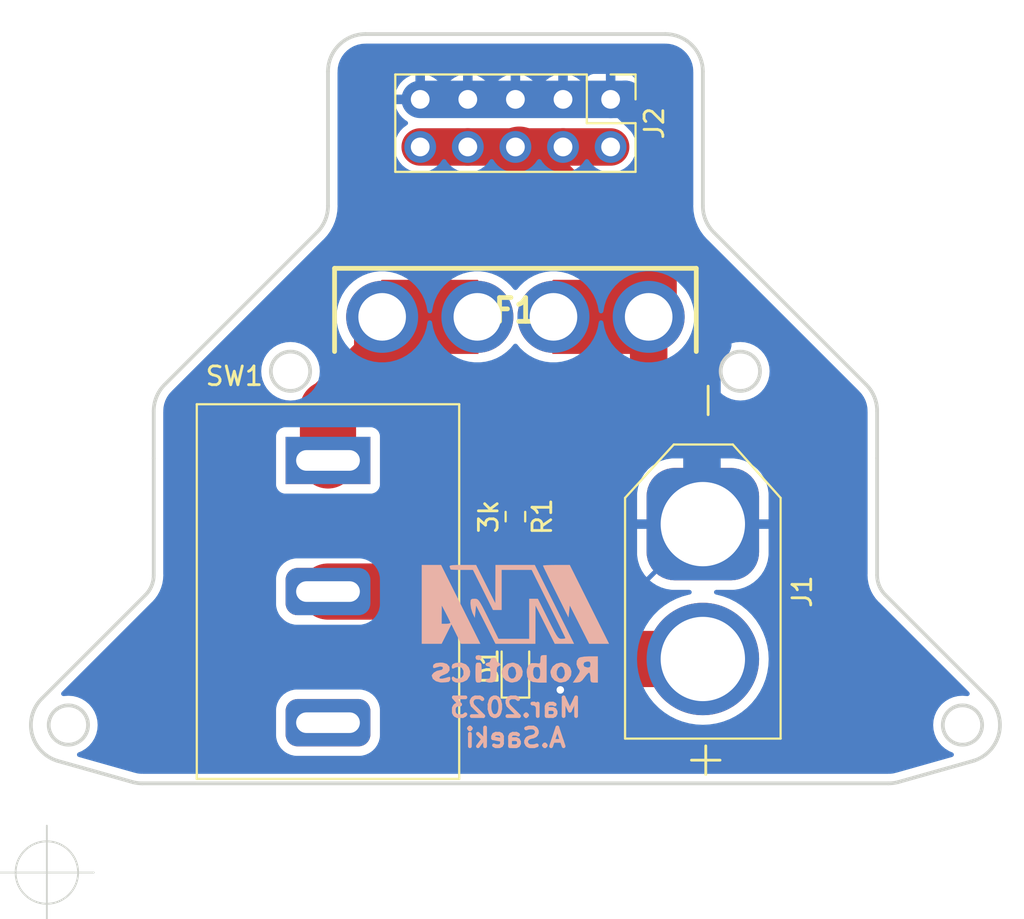
<source format=kicad_pcb>
(kicad_pcb (version 20211014) (generator pcbnew)
  (layers (0 "F.Cu" signal) (31 "B.Cu" signal) (34 "B.Paste" user) (35 "F.Paste" user) (36 "B.SilkS" user "B.Silkscreen") (37 "F.SilkS" user "F.Silkscreen") (38 "B.Mask" user) (39 "F.Mask" user) (44 "Edge.Cuts" user))
  (net 0 "")
  (net 1 "GND")
  (net 2 "Net-(D1-Pad2)")
  (net 3 "Net-(F1-Pad1)")
  (net 4 "Net-(F1-Pad2)")
  (net 5 "Net-(J1-Pad2)")
  (footprint "0.main.robot:LED_SMLE13WBC8W1" (layer "F.Cu") (at 110 94 90)
    (fp_text reference "D1" (at 0 -1.43 90) (layer "F.SilkS"))
    (fp_text value "LED")
    (fp_line (start -1.66 -0.735) (end -1.66 0.735) (layer "F.SilkS") (width 0.12))
    (fp_line (start -1.66 0.735) (end 0.8 0.735) (layer "F.SilkS") (width 0.12))
    (fp_line (start 0.8 -0.735) (end -1.66 -0.735) (layer "F.SilkS") (width 0.12))
    (pad "1" smd roundrect locked (at -0.875 0 90) (size 1.05 0.95) (layers "F.Cu" "F.Paste" "F.Mask") (net 1 "GND"))
    (pad "2" smd roundrect locked (at 0.875 0 90) (size 1.05 0.95) (layers "F.Cu" "F.Paste" "F.Mask") (net 2 "Net-(D1-Pad2)"))
  )
  (footprint "Connector_PinHeader_2.54mm:PinHeader_2x05_P2.54mm_Vertical" (layer "F.Cu") (at 115.08 63.725 -90)
    (fp_text reference "J2" (at 1.27 -2.33 90) (layer "F.SilkS"))
    (fp_text value "Power OUT")
    (fp_line (start -1.33 11.49) (end 3.87 11.49) (layer "F.SilkS") (width 0.12))
    (fp_line (start 1.27 1.27) (end 1.27 -1.33) (layer "F.SilkS") (width 0.12))
    (fp_line (start -1.33 1.27) (end -1.33 11.49) (layer "F.SilkS") (width 0.12))
    (fp_line (start -1.33 -1.33) (end 0 -1.33) (layer "F.SilkS") (width 0.12))
    (fp_line (start 3.87 -1.33) (end 3.87 11.49) (layer "F.SilkS") (width 0.12))
    (fp_line (start 1.27 -1.33) (end 3.87 -1.33) (layer "F.SilkS") (width 0.12))
    (fp_line (start -1.33 0) (end -1.33 -1.33) (layer "F.SilkS") (width 0.12))
    (fp_line (start -1.33 1.27) (end 1.27 1.27) (layer "F.SilkS") (width 0.12))
    (pad "1" thru_hole rect (at 0 0 270) (size 1.7 1.7) (drill 1) (layers *.Cu *.Mask) (net 1 "GND"))
    (pad "2" thru_hole oval (at 2.54 0 270) (size 1.7 1.7) (drill 1) (layers *.Cu *.Mask) (net 3 "Net-(F1-Pad1)"))
    (pad "3" thru_hole oval (at 0 2.54 270) (size 1.7 1.7) (drill 1) (layers *.Cu *.Mask) (net 1 "GND"))
    (pad "4" thru_hole oval (at 2.54 2.54 270) (size 1.7 1.7) (drill 1) (layers *.Cu *.Mask) (net 3 "Net-(F1-Pad1)"))
    (pad "5" thru_hole oval (at 0 5.08 270) (size 1.7 1.7) (drill 1) (layers *.Cu *.Mask) (net 1 "GND"))
    (pad "6" thru_hole oval (at 2.54 5.08 270) (size 1.7 1.7) (drill 1) (layers *.Cu *.Mask) (net 3 "Net-(F1-Pad1)"))
    (pad "7" thru_hole oval (at 0 7.62 270) (size 1.7 1.7) (drill 1) (layers *.Cu *.Mask) (net 1 "GND"))
    (pad "8" thru_hole oval (at 2.54 7.62 270) (size 1.7 1.7) (drill 1) (layers *.Cu *.Mask) (net 3 "Net-(F1-Pad1)"))
    (pad "9" thru_hole oval (at 0 10.16 270) (size 1.7 1.7) (drill 1) (layers *.Cu *.Mask) (net 1 "GND"))
    (pad "10" thru_hole oval (at 2.54 10.16 270) (size 1.7 1.7) (drill 1) (layers *.Cu *.Mask) (net 3 "Net-(F1-Pad1)"))
  )
  (footprint "0.main.robot:SW_SPST_POWER" (layer "F.Cu") (at 100 90)
    (fp_text reference "SW1" (at -5 -11.5) (layer "F.SilkS"))
    (fp_text value "SW_SPST")
    (fp_line (start 7 10) (end -7 10) (layer "F.SilkS") (width 0.12))
    (fp_line (start 7 -10) (end 7 10) (layer "F.SilkS") (width 0.12))
    (fp_line (start -7 10) (end -7 -10) (layer "F.SilkS") (width 0.12))
    (fp_line (start -7 -10) (end 7 -10) (layer "F.SilkS") (width 0.12))
    (pad "" thru_hole roundrect locked (at 0 7) (size 4.524 2.524) (drill oval 3.4 1.1) (layers *.Cu *.Mask))
    (pad "1" thru_hole rect locked (at 0 -7) (size 4.524 2.524) (drill oval 3.4 1.1) (layers *.Cu *.Mask) (net 4 "Net-(F1-Pad2)"))
    (pad "2" thru_hole roundrect locked (at 0 0) (size 4.524 2.524) (drill oval 3.4 1.1) (layers *.Cu *.Mask) (net 5 "Net-(J1-Pad2)"))
  )
  (footprint "0.main.robot:FUSE_35222" (layer "F.Cu") (at 110 77.185 180)
    (fp_text reference "F1" (at 0 2.185) (layer "F.SilkS") (effects (font (size 1.27 1.27) (thickness 0.254))))
    (fp_text value "Fuse 15A" hide)
    (fp_rect (start 2.03 -0.07) (end 7.11 3.77) (layer "F.Cu") (width 0.12) (fill solid))
    (fp_rect (start -2.03 -0.07) (end -7.11 3.77) (layer "F.Cu") (width 0.12) (fill solid))
    (fp_line (start 9.65 4.44) (end 9.65 0) (layer "F.SilkS") (width 0.254))
    (fp_line (start -9.65 4.44) (end 9.65 4.44) (layer "F.SilkS") (width 0.254))
    (fp_line (start -9.65 0) (end -9.65 4.44) (layer "F.SilkS") (width 0.254))
    (pad "" thru_hole circle (at 2.03 1.85 180) (size 3.84 3.84) (drill 2.54) (layers *.Cu *.Mask))
    (pad "" thru_hole circle (at -2.03 1.85 180) (size 3.84 3.84) (drill 2.54) (layers *.Cu *.Mask))
    (pad "1" thru_hole circle (at -7.11 1.85 180) (size 3.84 3.84) (drill 2.54) (layers *.Cu *.Mask) (net 3 "Net-(F1-Pad1)"))
    (pad "2" thru_hole circle (at 7.11 1.85 180) (size 3.84 3.84) (drill 2.54) (layers *.Cu *.Mask) (net 4 "Net-(F1-Pad2)"))
  )
  (footprint "Resistor_SMD:R_0603_1608Metric_Pad0.98x0.95mm_HandSolder" (layer "F.Cu") (at 110 86 -90)
    (fp_text reference "R1" (at 0 -1.43 90) (layer "F.SilkS"))
    (fp_text value "3k" (at 0 1.43 90) (layer "F.SilkS"))
    (fp_line (start -0.254724 -0.5225) (end 0.254724 -0.5225) (layer "F.SilkS") (width 0.12))
    (fp_line (start -0.254724 0.5225) (end 0.254724 0.5225) (layer "F.SilkS") (width 0.12))
    (pad "1" smd roundrect (at -0.9125 0 270) (size 0.975 0.95) (layers "F.Cu" "F.Paste" "F.Mask") (net 3 "Net-(F1-Pad1)"))
    (pad "2" smd roundrect (at 0.9125 0 270) (size 0.975 0.95) (layers "F.Cu" "F.Paste" "F.Mask") (net 2 "Net-(D1-Pad2)"))
  )
  (footprint "0.main.robot:AMASS_XT60-M_1x02_P7.20mm_Vertical" (layer "F.Cu") (at 120 86.4 -90)
    (fp_text reference "J1" (at 3.6 -5.3 90) (layer "F.SilkS"))
    (fp_text value "Power IN")
    (fp_text user "-" (at -6.604 -0.127 90) (layer "F.SilkS") (effects (font (size 2 2))))
    (fp_text user "+" (at 12.6 0 90) (layer "F.SilkS") (effects (font (size 2 2))))
    (fp_line (start 11.45 -4.15) (end -1.4 -4.15) (layer "F.SilkS") (width 0.12))
    (fp_line (start -4.25 1.55) (end -1.4 4.15) (layer "F.SilkS") (width 0.12))
    (fp_line (start 11.45 4.15) (end 11.45 -4.15) (layer "F.SilkS") (width 0.12))
    (fp_line (start -4.25 -1.6) (end -4.25 1.55) (layer "F.SilkS") (width 0.12))
    (fp_line (start -1.4 4.15) (end 11.45 4.15) (layer "F.SilkS") (width 0.12))
    (fp_line (start -1.4 -4.15) (end -4.25 -1.6) (layer "F.SilkS") (width 0.12))
    (pad "1" thru_hole roundrect locked (at 0 0 270) (size 6 6) (drill 4.5) (layers *.Cu *.Mask) (net 1 "GND"))
    (pad "2" thru_hole circle locked (at 7.2 0 270) (size 6 6) (drill 4.5) (layers *.Cu *.Mask) (net 5 "Net-(J1-Pad2)"))
  )
  (footprint "0.main.robot:MMA_Logo" (layer "B.Cu") (at 110 91.92 180)
    (fp_text reference "G***" hide)
    (fp_text value "LOGO" hide)
    (fp_poly (pts (xy 0.418046 -1.928625) (xy 0.613147 -2.080435) (xy 0.721247 -2.298018) (xy 0.733333 -2.406316) (xy 0.67288 -2.643531) (xy 0.512005 -2.827639) (xy 0.28143 -2.929647) (xy 0.166666 -2.941052) (xy -0.08768 -2.886506) (xy -0.236364 -2.776985) (xy -0.370002 -2.564881) (xy -0.381065 -2.449926) (xy -0.039377 -2.449926) (xy 0.000299 -2.611435) (xy 0.092371 -2.712306) (xy 0.215805 -2.726289) (xy 0.32 -2.660316) (xy 0.386865 -2.515549) (xy 0.391963 -2.327172) (xy 0.335292 -2.170049) (xy 0.32 -2.152316) (xy 0.18333 -2.076223) (xy 0.064737 -2.130066) (xy -0.005619 -2.254026) (xy -0.039377 -2.449926) (xy -0.381065 -2.449926) (xy -0.391814 -2.338241) (xy -0.315453 -2.127734) (xy -0.15457 -1.964032) (xy 0.07718 -1.877805) (xy 0.166666 -1.871579)) (layer "B.SilkS") (width 0) (fill solid))
    (fp_poly (pts (xy 3.213104 -1.892162) (xy 3.355391 -1.958596) (xy 3.399996 -2.077911) (xy 3.4 -2.079256) (xy 3.385293 -2.182169) (xy 3.320015 -2.194244) (xy 3.193099 -2.135244) (xy 3.006435 -2.091384) (xy 2.858785 -2.156823) (xy 2.774064 -2.308035) (xy 2.776189 -2.521493) (xy 2.780874 -2.540731) (xy 2.867171 -2.657151) (xy 3.015011 -2.722148) (xy 3.163925 -2.716167) (xy 3.218214 -2.682158) (xy 3.32943 -2.61095) (xy 3.391158 -2.660414) (xy 3.4 -2.733375) (xy 3.344127 -2.856884) (xy 3.200918 -2.929218) (xy 3.006984 -2.948465) (xy 2.798936 -2.912718) (xy 2.613385 -2.820067) (xy 2.563636 -2.776985) (xy 2.430981 -2.565422) (xy 2.409447 -2.338246) (xy 2.485344 -2.126875) (xy 2.644981 -1.962724) (xy 2.874669 -1.877209) (xy 2.958183 -1.871579)) (layer "B.SilkS") (width 0) (fill solid))
    (fp_poly (pts (xy 2.09736 -1.501858) (xy 2.133333 -1.60421) (xy 2.094271 -1.70904) (xy 1.966666 -1.737895) (xy 1.835972 -1.706563) (xy 1.8 -1.60421) (xy 1.839061 -1.49938) (xy 1.966666 -1.470526)) (layer "B.SilkS") (width 0) (fill solid))
    (fp_poly (pts (xy -1.892671 3.339247) (xy -1.658354 3.331505) (xy -1.508087 3.320133) (xy -1.466667 3.309106) (xy -1.495147 3.242423) (xy -1.575013 3.073449) (xy -1.697902 2.819407) (xy -1.855451 2.497517) (xy -2.039297 2.124999) (xy -2.15 1.901941) (xy -2.833334 0.527775) (xy -2.902234 1.169737) (xy -3.934168 -0.868947) (xy -4.999724 -0.868947) (xy -3.950355 1.236579) (xy -2.900985 3.342105) (xy -2.183826 3.342105)) (layer "B.SilkS") (width 0) (fill solid))
    (fp_poly (pts (xy 1.29736 -1.635542) (xy 1.333333 -1.737895) (xy 1.380473 -1.849608) (xy 1.466666 -1.871579) (xy 1.575252 -1.913373) (xy 1.6 -1.971842) (xy 1.54442 -2.053496) (xy 1.466666 -2.072105) (xy 1.386692 -2.089701) (xy 1.346806 -2.164387) (xy 1.333903 -2.329013) (xy 1.333333 -2.406316) (xy 1.340353 -2.606776) (xy 1.370149 -2.706754) (xy 1.435826 -2.739096) (xy 1.466666 -2.740526) (xy 1.575252 -2.782321) (xy 1.6 -2.840789) (xy 1.544082 -2.908973) (xy 1.410148 -2.940433) (xy 1.248927 -2.933211) (xy 1.111147 -2.885353) (xy 1.08 -2.860842) (xy 1.034501 -2.751924) (xy 1.005522 -2.560913) (xy 1 -2.426368) (xy 0.990392 -2.209232) (xy 0.956846 -2.099603) (xy 0.9 -2.072105) (xy 0.811615 -2.0186) (xy 0.8 -1.971842) (xy 0.853364 -1.883225) (xy 0.9 -1.871579) (xy 0.981439 -1.815853) (xy 1 -1.737895) (xy 1.039061 -1.633064) (xy 1.166666 -1.60421)) (layer "B.SilkS") (width 0) (fill solid))
    (fp_poly (pts (xy -2.181954 -1.928625) (xy -1.986853 -2.080435) (xy -1.878753 -2.298018) (xy -1.866667 -2.406316) (xy -1.92712 -2.643531) (xy -2.087995 -2.827639) (xy -2.31857 -2.929647) (xy -2.433334 -2.941052) (xy -2.68768 -2.886506) (xy -2.836364 -2.776985) (xy -2.970002 -2.564881) (xy -2.981466 -2.445758) (xy -2.634683 -2.445758) (xy -2.605398 -2.588237) (xy -2.498713 -2.718864) (xy -2.365896 -2.722149) (xy -2.28 -2.660316) (xy -2.204557 -2.511324) (xy -2.207119 -2.333946) (xy -2.274309 -2.174925) (xy -2.392752 -2.081003) (xy -2.448317 -2.072105) (xy -2.544683 -2.130259) (xy -2.611868 -2.271448) (xy -2.634683 -2.445758) (xy -2.981466 -2.445758) (xy -2.991814 -2.338241) (xy -2.915453 -2.127734) (xy -2.75457 -1.964032) (xy -2.52282 -1.877805) (xy -2.433334 -1.871579)) (layer "B.SilkS") (width 0) (fill solid))
    (fp_poly (pts (xy -1.387813 -1.487702) (xy -1.341496 -1.565351) (xy -1.333334 -1.707502) (xy -1.326189 -1.863241) (xy -1.278237 -1.919848) (xy -1.149703 -1.90978) (xy -1.097334 -1.900088) (xy -0.855761 -1.900676) (xy -0.693845 -2.008397) (xy -0.611462 -2.223371) (xy -0.6 -2.383254) (xy -0.631117 -2.644418) (xy -0.735519 -2.815153) (xy -0.92978 -2.90933) (xy -1.230477 -2.940818) (xy -1.266667 -2.941052) (xy -1.666667 -2.941052) (xy -1.666667 -2.329126) (xy -1.321364 -2.329126) (xy -1.315923 -2.563199) (xy -1.256507 -2.708185) (xy -1.157027 -2.750272) (xy -1.031388 -2.675653) (xy -1.003615 -2.644629) (xy -0.954258 -2.514356) (xy -0.944958 -2.332555) (xy -0.945452 -2.327129) (xy -0.976916 -2.172853) (xy -1.052369 -2.112705) (xy -1.133334 -2.105526) (xy -1.251063 -2.127454) (xy -1.30523 -2.219275) (xy -1.321364 -2.329126) (xy -1.666667 -2.329126) (xy -1.666667 -1.470526) (xy -1.5 -1.470526)) (layer "B.SilkS") (width 0) (fill solid))
    (fp_poly (pts (xy 2.049326 -1.877277) (xy 2.098821 -1.912556) (xy 2.123652 -2.004691) (xy 2.132322 -2.180957) (xy 2.133333 -2.406316) (xy 2.131557 -2.671523) (xy 2.120561 -2.830324) (xy 2.091845 -2.909994) (xy 2.036906 -2.937808) (xy 1.966666 -2.941052) (xy 1.884006 -2.935354) (xy 1.834511 -2.900075) (xy 1.80968 -2.807941) (xy 1.801011 -2.631674) (xy 1.8 -2.406316) (xy 1.801776 -2.141108) (xy 1.812771 -1.982307) (xy 1.841488 -1.902637) (xy 1.896426 -1.874823) (xy 1.966666 -1.871579)) (layer "B.SilkS") (width 0) (fill solid))
    (fp_poly (pts (xy 4.244382 -1.898491) (xy 4.373768 -1.981844) (xy 4.4 -2.077602) (xy 4.38141 -2.160937) (xy 4.300627 -2.162036) (xy 4.228993 -2.137293) (xy 4.009244 -2.077317) (xy 3.890378 -2.103697) (xy 3.866666 -2.172368) (xy 3.923746 -2.253501) (xy 4.018499 -2.272631) (xy 4.193068 -2.311725) (xy 4.354553 -2.407092) (xy 4.454584 -2.525859) (xy 4.466666 -2.577211) (xy 4.405972 -2.739832) (xy 4.245819 -2.864828) (xy 4.019102 -2.930756) (xy 3.916666 -2.935775) (xy 3.719993 -2.924922) (xy 3.575068 -2.904279) (xy 3.55 -2.896784) (xy 3.481365 -2.810233) (xy 3.466666 -2.727805) (xy 3.492035 -2.631785) (xy 3.583333 -2.642565) (xy 3.736709 -2.691403) (xy 3.891826 -2.725395) (xy 4.027074 -2.725458) (xy 4.060442 -2.677604) (xy 4.001722 -2.606955) (xy 3.860705 -2.538638) (xy 3.81367 -2.524849) (xy 3.614174 -2.427734) (xy 3.508757 -2.280037) (xy 3.515304 -2.109719) (xy 3.529135 -2.079969) (xy 3.65606 -1.941561) (xy 3.862744 -1.878577) (xy 3.999999 -1.871579)) (layer "B.SilkS") (width 0) (fill solid))
    (fp_poly (pts (xy 1.074326 1.303421) (xy 2.09798 3.342105) (xy 2.822789 3.342105) (xy 3.142524 3.339947) (xy 3.349856 3.331318) (xy 3.465675 3.312992) (xy 3.510872 3.281741) (xy 3.507132 3.236375) (xy 3.471834 3.129822) (xy 3.466666 3.102691) (xy 3.404963 3.090377) (xy 3.239692 3.080831) (xy 3.000612 3.075441) (xy 2.867059 3.074737) (xy 2.267451 3.074737) (xy 1.733333 2.005263) (xy 1.199214 0.93579) (xy 0.733333 0.93579) (xy 0.733333 3.074737) (xy -0.866191 3.074737) (xy -1.766429 1.270478) (xy -1.991652 0.818004) (xy -2.196269 0.40485) (xy -2.372975 0.045932) (xy -2.514465 -0.243835) (xy -2.613434 -0.449533) (xy -2.662576 -0.556247) (xy -2.666667 -0.56768) (xy -2.608635 -0.591518) (xy -2.468891 -0.601577) (xy -2.46706 -0.601579) (xy -2.39304 -0.596069) (xy -2.327411 -0.568642) (xy -2.258956 -0.502948) (xy -2.176459 -0.38264) (xy -2.068703 -0.19137) (xy -1.924474 0.087213) (xy -1.733334 0.467895) (xy -1.199215 1.537369) (xy -0.733334 1.537369) (xy -0.733334 -0.601579) (xy 0.903329 -0.601579) (xy 1.433333 0.467895) (xy 1.623028 0.849218) (xy 1.765114 1.127066) (xy 1.871048 1.317813) (xy 1.95229 1.437835) (xy 2.020296 1.503507) (xy 2.086526 1.531203) (xy 2.162436 1.5373) (xy 2.181668 1.537369) (xy 2.321935 1.528159) (xy 2.383977 1.474779) (xy 2.399606 1.338605) (xy 2.4 1.272268) (xy 2.369129 1.027687) (xy 2.293761 0.783128) (xy 2.283333 0.759975) (xy 2.166666 0.512784) (xy 2.132216 0.84126) (xy 2.097766 1.169737) (xy 1.065832 -0.868947) (xy -1.066667 -0.868947) (xy -1.074327 1.169737) (xy -2.097981 -0.868947) (xy -3.133057 -0.868947) (xy -1.034319 3.342105) (xy 1.066666 3.342105)) (layer "B.SilkS") (width 0) (fill solid))
    (fp_poly (pts (xy -3.664214 -1.551367) (xy -3.453944 -1.589613) (xy -3.371076 -1.626134) (xy -3.273045 -1.771729) (xy -3.258978 -1.967211) (xy -3.329486 -2.158129) (xy -3.364616 -2.203517) (xy -3.425088 -2.28355) (xy -3.431602 -2.361697) (xy -3.375731 -2.476349) (xy -3.269747 -2.635775) (xy -3.060262 -2.941052) (xy -3.280131 -2.938516) (xy -3.436875 -2.914232) (xy -3.562518 -2.825351) (xy -3.6827 -2.671147) (xy -3.802662 -2.515902) (xy -3.901084 -2.420604) (xy -3.9327 -2.406316) (xy -3.974843 -2.465613) (xy -3.998284 -2.613746) (xy -4 -2.673684) (xy -4.007898 -2.845123) (xy -4.050697 -2.921334) (xy -4.157055 -2.940631) (xy -4.2 -2.941052) (xy -4.4 -2.941052) (xy -4.4 -1.971842) (xy -4 -1.971842) (xy -3.981413 -2.097228) (xy -3.897804 -2.132248) (xy -3.816667 -2.126676) (xy -3.673681 -2.077995) (xy -3.633334 -1.971842) (xy -3.677473 -1.862486) (xy -3.816667 -1.817007) (xy -3.949523 -1.819523) (xy -3.996053 -1.894413) (xy -4 -1.971842) (xy -4.4 -1.971842) (xy -4.4 -1.537368) (xy -3.946076 -1.537368)) (layer "B.SilkS") (width 0) (fill solid))
    (fp_poly (pts (xy 5 -0.868947) (xy 3.934947 -0.868947) (xy 3.415211 0.166719) (xy 2.904095 -0.868947) (xy 1.866943 -0.868947) (xy 2.424941 0.250658) (xy 3.469901 0.250658) (xy 3.52625 0.217552) (xy 3.669032 0.20097) (xy 3.7 0.200527) (xy 3.933333 0.200527) (xy 3.926863 1.169737) (xy 3.7 0.735263) (xy 3.589039 0.517153) (xy 3.507208 0.345654) (xy 3.470504 0.254457) (xy 3.469901 0.250658) (xy 2.424941 0.250658) (xy 3.965681 3.342105) (xy 5 3.342105)) (layer "B.SilkS") (width 0) (fill solid))
  )
  (gr_line (start 100 62.239071) (end 100 69.410644) (layer "Edge.Cuts") (width 0.2))
  (gr_line (start 120 69.410644) (end 120 62.239071) (layer "Edge.Cuts") (width 0.2))
  (gr_arc (start 100 69.410644) (mid 99.847759 70.176011) (end 99.414213 70.824857) (layer "Edge.Cuts") (width 0.2))
  (gr_line (start 118 60.239071) (end 102 60.239071) (layer "Edge.Cuts") (width 0.2))
  (gr_arc (start 90.701009 80.366489) (mid 90.85325 79.601122) (end 91.286795 78.952276) (layer "Edge.Cuts") (width 0.2))
  (gr_arc (start 120.585787 70.824857) (mid 120.15224 70.176011) (end 120 69.410644) (layer "Edge.Cuts") (width 0.2))
  (gr_line (start 129.298984 89.12132) (end 129.298988 82.87868) (layer "Edge.Cuts") (width 0.2))
  (gr_line (start 99.414213 70.824857) (end 91.286795 78.952276) (layer "Edge.Cuts") (width 0.2))
  (gr_arc (start 128.713199 78.95227) (mid 129.146743 79.601117) (end 129.298986 80.366484) (layer "Edge.Cuts") (width 0.2))
  (gr_line (start 129.298988 82.87868) (end 129.298986 80.366484) (layer "Edge.Cuts") (width 0.2))
  (gr_arc (start 118 60.239071) (mid 119.414213 60.824857) (end 120 62.239071) (layer "Edge.Cuts") (width 0.2))
  (gr_line (start 90.701009 80.366489) (end 90.701009 82.87868) (layer "Edge.Cuts") (width 0.2))
  (gr_line (start 128.713199 78.95227) (end 120.585787 70.824857) (layer "Edge.Cuts") (width 0.2))
  (gr_line (start 85.555255 99.034404) (end 89.599411 100.176959) (layer "Edge.Cuts") (width 0.2))
  (gr_line (start 90.261666 90.181977) (end 84.733642 95.71) (layer "Edge.Cuts") (width 0.2))
  (gr_line (start 90.09397 100.239071) (end 129.90603 100.239071) (layer "Edge.Cuts") (width 0.2))
  (gr_arc (start 130.400589 100.176959) (mid 130.155252 100.223486) (end 129.90603 100.239071) (layer "Edge.Cuts") (width 0.2))
  (gr_circle (center 86.147855 97.124214) (end 87.197855 97.124214) (layer "Edge.Cuts") (width 0.2) (fill none))
  (gr_arc (start 90.701008 89.12132) (mid 90.586825 89.695343) (end 90.261666 90.181977) (layer "Edge.Cuts") (width 0.2))
  (gr_arc (start 135.26635 95.710003) (mid 135.793722 97.604073) (end 134.444737 99.034407) (layer "Edge.Cuts") (width 0.2))
  (gr_line (start 90.701009 82.87868) (end 90.701008 89.12132) (layer "Edge.Cuts") (width 0.2))
  (gr_arc (start 85.555255 99.034404) (mid 84.206273 97.604068) (end 84.733642 95.71) (layer "Edge.Cuts") (width 0.2))
  (gr_arc (start 90.09397 100.239071) (mid 89.844748 100.223482) (end 89.599411 100.176959) (layer "Edge.Cuts") (width 0.2))
  (gr_circle (center 122 78.239071) (end 123.05 78.239071) (layer "Edge.Cuts") (width 0.2) (fill none))
  (gr_circle (center 133.852137 97.124217) (end 134.902137 97.124217) (layer "Edge.Cuts") (width 0.2) (fill none))
  (gr_circle (center 98 78.239071) (end 99.05 78.239071) (layer "Edge.Cuts") (width 0.2) (fill none))
  (gr_line (start 130.400589 100.176959) (end 134.444737 99.034407) (layer "Edge.Cuts") (width 0.2))
  (gr_line (start 135.26635 95.710003) (end 129.738328 90.18198) (layer "Edge.Cuts") (width 0.2))
  (gr_arc (start 129.738328 90.18198) (mid 129.413168 89.695345) (end 129.298984 89.12132) (layer "Edge.Cuts") (width 0.2))
  (gr_arc (start 100 62.239071) (mid 100.585786 60.824857) (end 102 60.239071) (layer "Edge.Cuts") (width 0.2))
  (gr_text "Mar.2023\nA.Saeki" (at 110 97) (layer "B.SilkS") (effects (font (size 1 1) (thickness 0.2)) (justify mirror)))
  (target plus (at 85 105) (size 5) (width 0.1) (layer "Edge.Cuts"))
  (segment (start 110 94.875) (end 110.375 95.25) (width 0.25) (layer "F.Cu") (net 1))
  (segment (start 110.375 95.25) (end 112.395 95.25) (width 0.25) (layer "F.Cu") (net 1))
  (via (at 112.395 95.25) (size 0.8) (drill 0.4) (layers "F.Cu" "B.Cu") (net 1))
  (segment (start 120 86.4) (end 119.952528 86.352528) (width 2) (layer "B.Cu") (net 1))
  (segment (start 119.952528 77.329083) (end 120.53 76.751611) (width 2) (layer "B.Cu") (net 1))
  (segment (start 119.952528 86.352528) (end 119.952528 77.329083) (width 2) (layer "B.Cu") (net 1))
  (segment (start 117.4295 70.817889) (end 117.4295 65.291098) (width 2) (layer "B.Cu") (net 1))
  (segment (start 112.395 94.005) (end 120 86.4) (width 0.25) (layer "B.Cu") (net 1))
  (segment (start 112.395 95.25) (end 112.395 94.005) (width 0.25) (layer "B.Cu") (net 1))
  (segment (start 115.863402 63.725) (end 115.08 63.725) (width 2) (layer "B.Cu") (net 1))
  (segment (start 117.4295 65.291098) (end 115.863402 63.725) (width 2) (layer "B.Cu") (net 1))
  (segment (start 104.92 63.725) (end 115.08 63.725) (width 2) (layer "B.Cu") (net 1))
  (segment (start 120.53 73.918389) (end 117.4295 70.817889) (width 2) (layer "B.Cu") (net 1))
  (segment (start 120.53 76.751611) (end 120.53 73.918389) (width 2) (layer "B.Cu") (net 1))
  (segment (start 99.08 93.125) (end 110 93.125) (width 0.25) (layer "F.Cu") (net 2))
  (segment (start 99.0305 86.9125) (end 97.0995 88.8435) (width 0.25) (layer "F.Cu") (net 2))
  (segment (start 97.0995 91.1445) (end 99.08 93.125) (width 0.25) (layer "F.Cu") (net 2))
  (segment (start 97.0995 88.8435) (end 97.0995 91.1445) (width 0.25) (layer "F.Cu") (net 2))
  (segment (start 110 86.9125) (end 99.0305 86.9125) (width 0.25) (layer "F.Cu") (net 2))
  (segment (start 110.5607 84.5268) (end 110 85.0875) (width 0.9516) (layer "F.Cu") (net 3))
  (segment (start 117.11 70.6453) (end 114.3803 70.6453) (width 3) (layer "F.Cu") (net 3))
  (segment (start 107.46 66.265) (end 110 66.265) (width 2) (layer "F.Cu") (net 3))
  (segment (start 117.11 75.335) (end 117.11 70.6453) (width 3) (layer "F.Cu") (net 3))
  (segment (start 110 66.265) (end 112.54 66.265) (width 2) (layer "F.Cu") (net 3))
  (segment (start 114.58515 71.0553) (end 110.20485 66.675) (width 3) (layer "F.Cu") (net 3))
  (segment (start 112.54 66.265) (end 115.08 66.265) (width 2) (layer "F.Cu") (net 3))
  (segment (start 117.11 77.9775) (end 117.11 75.335) (width 2) (layer "F.Cu") (net 3))
  (segment (start 110.5607 84.5268) (end 117.11 77.9775) (width 1) (layer "F.Cu") (net 3))
  (segment (start 104.92 66.265) (end 107.46 66.265) (width 2) (layer "F.Cu") (net 3))
  (segment (start 100.155 80.185) (end 103.045 77.295) (width 3) (layer "F.Cu") (net 4))
  (segment (start 102.89 75.335) (end 102.89 77.3477) (width 3) (layer "F.Cu") (net 4))
  (segment (start 100 83) (end 100 80.2377) (width 3) (layer "F.Cu") (net 4))
  (segment (start 120 93.6) (end 115.3886 93.6) (width 3) (layer "F.Cu") (net 5))
  (segment (start 115.3886 93.6) (end 111.7886 90) (width 3) (layer "F.Cu") (net 5))
  (segment (start 111.7886 90) (end 100 90) (width 3) (layer "F.Cu") (net 5))
  (zone (net 1) (net_name "GND") (layer "B.Cu") (connect_pads (clearance 0.508)) (min_thickness 0.254) (fill yes (thermal_gap 0.508) (thermal_bridge_width 0.508))
    (polygon (pts (xy 137.16 101.6) (xy 83.82 101.6) (xy 83.82 58.42) (xy 137.16 58.42)))
  )
)
</source>
